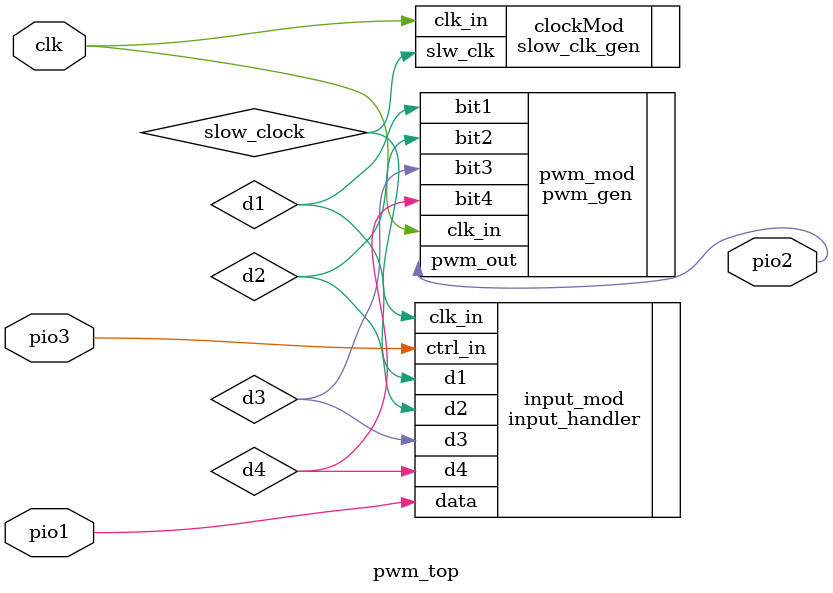
<source format=v>
`timescale 1ns / 1ps


module pwm_top(
        input wire pio1,
        input wire pio3,
        input clk,
        output wire pio2
    );
    wire slow_clock;
    slow_clk_gen clockMod(
    .clk_in(clk),
    .slw_clk(slow_clock)
    );
    wire d1,d2,d3,d4;
    input_handler input_mod(
    .data(pio1),
    .clk_in(slow_clock),
    .ctrl_in(pio3),
    .d1(d1),
    .d2(d2),
    .d3(d3),
    .d4(d4)
    );
    
    pwm_gen pwm_mod(
    .bit1(d1),
    .bit2(d2),
    .bit3(d3),
    .bit4(d4),
    .clk_in(clk),
    .pwm_out(pio2)
    );
endmodule

</source>
